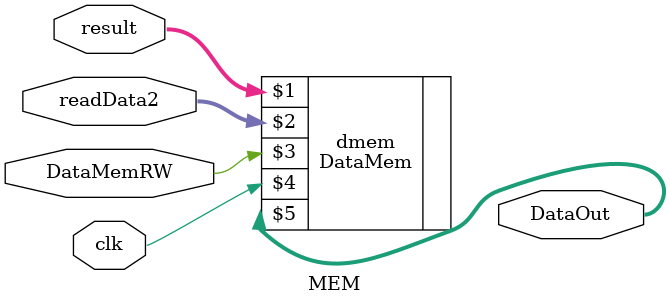
<source format=v>
`timescale 1ns / 1ps
/* Additional Comments: 
    input [31:0] result,
    input [31:0] readData2,
    input DataMemRW,
	 input clk,
    output reg [31:0] DataOut
*/
//////////////////////////////////////////////////////////////////////////////////
module MEM(
input clk,
input [31:0] result,
input  DataMemRW,
input [31:0] readData2,
output [31:0] DataOut
    );

DataMem dmem(result, readData2, DataMemRW,clk,DataOut);

endmodule

</source>
